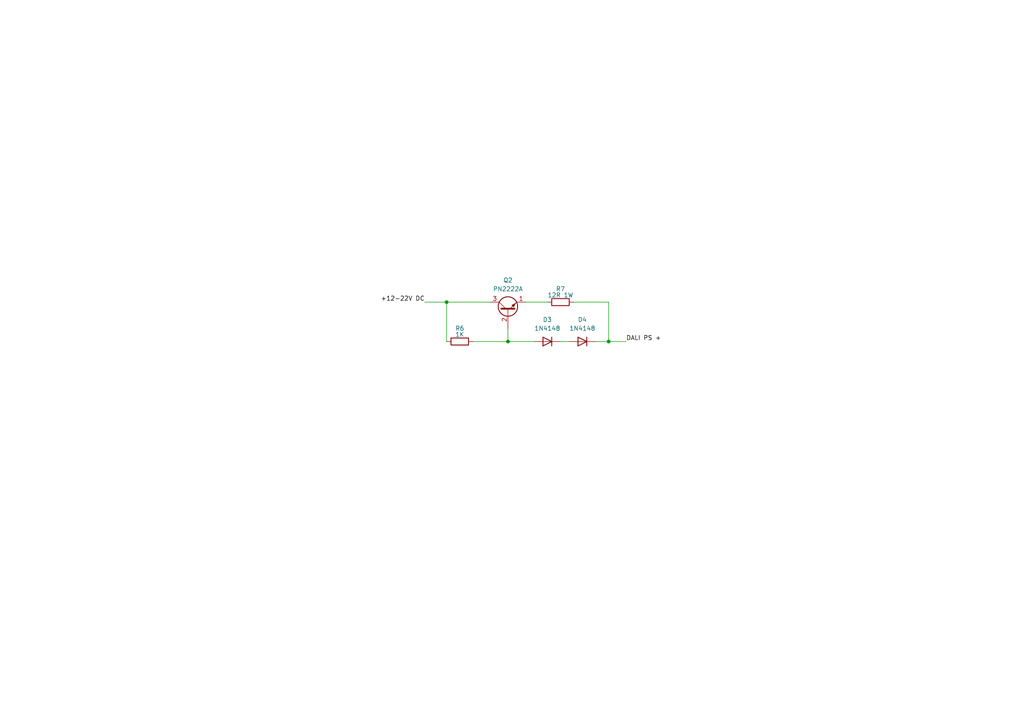
<source format=kicad_sch>
(kicad_sch (version 20250114) (generator "eeschema") (generator_version "9.0")
  (paper "A4")
  (lib_symbols
    (symbol "Device:R" (pin_numbers (hide yes)) (pin_names (offset 0))
      (property "Reference" "R" (at 2.032 0 90))
      (property "Value" "R" (at 0 0 90))
      (symbol "R_0_1"
        (rectangle (start -1.016 -2.54) (end 1.016 2.54) (stroke (width 0.254)))
      )
      (symbol "R_1_1"
        (pin passive line (at 0 3.81 270) (length 1.27) (name "~") (number "1"))
        (pin passive line (at 0 -3.81 90) (length 1.27) (name "~") (number "2"))
      )
    )
    (symbol "Diode:1N4148" (pin_numbers (hide yes)) (pin_names (hide yes))
      (property "Reference" "D" (at 0 2.54 0))
      (property "Value" "1N4148" (at 0 -2.54 0))
      (symbol "1N4148_0_1"
        (polyline (pts (xy -1.27 1.27) (xy -1.27 -1.27)) (stroke (width 0.254)))
        (polyline (pts (xy 1.27 1.27) (xy 1.27 -1.27) (xy -1.27 0) (xy 1.27 1.27)) (stroke (width 0.254)))
        (polyline (pts (xy 1.27 0) (xy -1.27 0)))
      )
      (symbol "1N4148_1_1"
        (pin passive line (at -3.81 0 0) (length 2.54) (name "K") (number "1"))
        (pin passive line (at 3.81 0 180) (length 2.54) (name "A") (number "2"))
      )
    )
    (symbol "Transistor_BJT:PN2222A" (pin_names (offset 0) (hide yes))
      (property "Reference" "Q" (at 5.08 1.905 0))
      (property "Value" "PN2222A" (at 5.08 0 0))
      (symbol "PN2222A_0_1"
        (polyline (pts (xy 0 0) (xy 0.635 0)))
        (polyline (pts (xy 0.635 1.905) (xy 0.635 -1.905) (xy 0.635 -1.905)) (stroke (width 0.508)))
        (polyline (pts (xy 1.143 -1.651) (xy 1.651 -1.143) (xy 2.159 -2.159) (xy 1.143 -1.651) (xy 1.143 -1.651)) (fill (type outline)))
        (circle (center 1.27 0) (radius 2.8194) (stroke (width 0.254)))
        (polyline (pts (xy 2.413 -2.413) (xy 1.905 -1.905) (xy 1.905 -1.905)))
        (polyline (pts (xy 2.54 2.54) (xy 0.635 0.635)))
        (polyline (pts (xy 2.54 -2.54) (xy 0.635 -0.635)))
      )
      (symbol "PN2222A_1_1"
        (pin input line (at -5.08 0 0) (length 5.08) (name "B") (number "2"))
        (pin passive line (at 2.54 5.08 270) (length 2.54) (name "C") (number "3"))
        (pin passive line (at 2.54 -5.08 90) (length 2.54) (name "E") (number "1"))
      )
    )
  )
  (junction (at 176.53 99.06))
  (junction (at 147.32 99.06))
  (junction (at 129.54 87.63))
  (wire (pts (xy 147.32 99.06) (xy 154.94 99.06)))
  (wire (pts (xy 166.37 87.63) (xy 176.53 87.63)))
  (wire (pts (xy 137.16 99.06) (xy 147.32 99.06)))
  (wire (pts (xy 123.19 87.63) (xy 129.54 87.63)))
  (wire (pts (xy 176.53 99.06) (xy 172.72 99.06)))
  (wire (pts (xy 176.53 87.63) (xy 176.53 99.06)))
  (wire (pts (xy 152.4 87.63) (xy 158.75 87.63)))
  (wire (pts (xy 162.56 99.06) (xy 165.1 99.06)))
  (wire (pts (xy 147.32 99.06) (xy 147.32 95.25)))
  (wire (pts (xy 129.54 87.63) (xy 129.54 99.06)))
  (wire (pts (xy 129.54 87.63) (xy 142.24 87.63)))
  (wire (pts (xy 181.61 99.06) (xy 176.53 99.06)))
  (label "+12-22V DC" (at 123.19 87.63 180))
  (label "DALI PS +" (at 181.61 99.06 0))
  (symbol (lib_id "Device:R") (at 162.56 87.63 90) (unit 1)
    (property "Reference" "R7" (at 162.56 83.82 90))
    (property "Value" "12R 1W" (at 162.56 85.598 90))
    (property "Description" "Resistor" (effects (hide yes)))
  )
  (symbol (lib_id "Device:R") (at 133.35 99.06 90) (unit 1)
    (property "Reference" "R6" (at 133.35 95.25 90))
    (property "Value" "1K" (at 133.35 97.028 90))
    (property "Description" "Resistor" (effects (hide yes)))
  )
  (symbol (lib_id "Transistor_BJT:PN2222A") (at 147.32 90.17 90) (unit 1)
    (property "Reference" "Q2" (at 147.32 81.28 90))
    (property "Value" "PN2222A" (at 147.32 83.82 90))
    (property "Footprint" "Package_TO_SOT_THT:TO-92_Inline" (effects (hide yes)))
    (property "Datasheet" "https://www.onsemi.com/pub/Collateral/PN2222-D.PDF" (effects (hide yes)))
    (property "Description" "1A Ic, 40V Vce, NPN Transistor, General Purpose Transistor, TO-92" (effects (hide yes)))
  )
  (symbol (lib_id "Diode:1N4148") (at 158.75 99.06 180) (unit 1)
    (property "Reference" "D3" (at 158.75 92.71 0))
    (property "Value" "1N4148" (at 158.75 95.25 0))
    (property "Footprint" "Diode_THT:D_DO-35_SOD27_P7.62mm_Horizontal" (effects (hide yes)))
    (property "Datasheet" "https://assets.nexperia.com/documents/data-sheet/1N4148_1N4448.pdf" (effects (hide yes)))
    (property "Description" "100V 0.15A standard switching diode, DO-35" (effects (hide yes)))
    (property "Sim.Device" "D" (effects (hide yes)))
    (property "Sim.Pins" "1=K 2=A" (effects (hide yes)))
  )
  (symbol (lib_id "Diode:1N4148") (at 168.91 99.06 180) (unit 1)
    (property "Reference" "D4" (at 168.91 92.71 0))
    (property "Value" "1N4148" (at 168.91 95.25 0))
    (property "Footprint" "Diode_THT:D_DO-35_SOD27_P7.62mm_Horizontal" (effects (hide yes)))
    (property "Datasheet" "https://assets.nexperia.com/documents/data-sheet/1N4148_1N4448.pdf" (effects (hide yes)))
    (property "Description" "100V 0.15A standard switching diode, DO-35" (effects (hide yes)))
    (property "Sim.Device" "D" (effects (hide yes)))
    (property "Sim.Pins" "1=K 2=A" (effects (hide yes)))
  )
)
</source>
